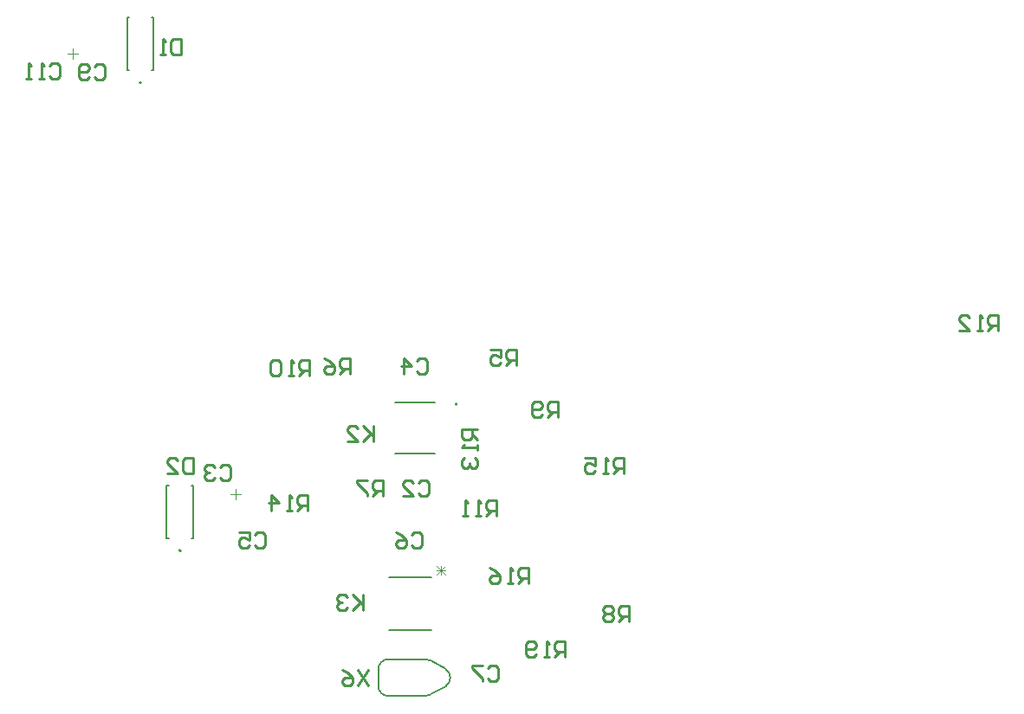
<source format=gbr>
G04*
G04 #@! TF.GenerationSoftware,Altium Limited,Altium Designer,24.1.2 (44)*
G04*
G04 Layer_Color=10151133*
%FSLAX44Y44*%
%MOMM*%
G71*
G04*
G04 #@! TF.SameCoordinates,9659F079-296E-40C6-98A9-55E0524B4074*
G04*
G04*
G04 #@! TF.FilePolarity,Positive*
G04*
G01*
G75*
%ADD10C,0.2000*%
%ADD11C,0.1270*%
%ADD13C,0.1000*%
%ADD16C,0.2540*%
%ADD64C,0.1524*%
%ADD65C,0.0762*%
D10*
X288500Y652000D02*
G03*
X288500Y652000I-1000J0D01*
G01*
X327250Y194000D02*
G03*
X327250Y194000I-1000J0D01*
G01*
X597088Y337291D02*
G03*
X597088Y337291I-1000J0D01*
G01*
X530000Y88000D02*
G03*
X520000Y78000I0J-10000D01*
G01*
X566000Y52000D02*
G03*
X571300Y53520I0J10000D01*
G01*
Y86480D02*
G03*
X566000Y88000I-5300J-8480D01*
G01*
X586113Y61837D02*
G03*
X586111Y78160I-5671J8161D01*
G01*
X520000Y62000D02*
G03*
X530000Y52000I10000J0D01*
G01*
X571300Y53520D02*
X586111Y61840D01*
X530000Y88000D02*
X566000D01*
X571300Y86480D02*
X586111Y78160D01*
X530000Y52000D02*
X566000Y52000D01*
X520000Y62000D02*
Y78000D01*
D11*
X274475Y664025D02*
Y715975D01*
X300525Y664025D02*
Y715975D01*
X274475Y664025D02*
X276550D01*
X298450D02*
X300525D01*
X274475Y715975D02*
X276550D01*
X298450D02*
X300525D01*
X313225Y206025D02*
Y257975D01*
X339275Y206025D02*
Y257975D01*
X313225Y206025D02*
X315300D01*
X337200D02*
X339275D01*
X313225Y257975D02*
X315300D01*
X337200D02*
X339275D01*
X536188Y288992D02*
X575188D01*
X536188Y339492D02*
X575188D01*
D13*
X221750Y675250D02*
Y685250D01*
X216750Y680250D02*
X226750D01*
X380500Y244250D02*
Y254250D01*
X375500Y249250D02*
X385500D01*
D16*
X338946Y285368D02*
Y270133D01*
X331328D01*
X328789Y272672D01*
Y282828D01*
X331328Y285368D01*
X338946D01*
X313554Y270133D02*
X323711D01*
X313554Y280289D01*
Y282828D01*
X316093Y285368D01*
X321172D01*
X323711Y282828D01*
X327657Y695117D02*
Y679883D01*
X320039D01*
X317500Y682422D01*
Y692578D01*
X320039Y695117D01*
X327657D01*
X312422Y679883D02*
X307343D01*
X309882D01*
Y695117D01*
X312422Y692578D01*
X510196Y77618D02*
X500039Y62382D01*
Y77618D02*
X510196Y62382D01*
X484804Y77618D02*
X489883Y75078D01*
X494961Y70000D01*
Y64922D01*
X492422Y62382D01*
X487343D01*
X484804Y64922D01*
Y67461D01*
X487343Y70000D01*
X494961D01*
X702294Y89882D02*
Y105118D01*
X694676D01*
X692137Y102578D01*
Y97500D01*
X694676Y94961D01*
X702294D01*
X697215D02*
X692137Y89882D01*
X687059D02*
X681980D01*
X684520D01*
Y105118D01*
X687059Y102578D01*
X674363Y92422D02*
X671824Y89882D01*
X666745D01*
X664206Y92422D01*
Y102578D01*
X666745Y105118D01*
X671824D01*
X674363Y102578D01*
Y100039D01*
X671824Y97500D01*
X664206D01*
X399289Y209828D02*
X401828Y212367D01*
X406907D01*
X409446Y209828D01*
Y199672D01*
X406907Y197132D01*
X401828D01*
X399289Y199672D01*
X384054Y212367D02*
X394211D01*
Y204750D01*
X389132Y207289D01*
X386593D01*
X384054Y204750D01*
Y199672D01*
X386593Y197132D01*
X391672D01*
X394211Y199672D01*
X365539Y275578D02*
X368078Y278118D01*
X373157D01*
X375696Y275578D01*
Y265422D01*
X373157Y262882D01*
X368078D01*
X365539Y265422D01*
X360461Y275578D02*
X357922Y278118D01*
X352843D01*
X350304Y275578D01*
Y273039D01*
X352843Y270500D01*
X355382D01*
X352843D01*
X350304Y267961D01*
Y265422D01*
X352843Y262882D01*
X357922D01*
X360461Y265422D01*
X666544Y162383D02*
Y177617D01*
X658926D01*
X656387Y175078D01*
Y170000D01*
X658926Y167461D01*
X666544D01*
X661466D02*
X656387Y162383D01*
X651309D02*
X646230D01*
X648770D01*
Y177617D01*
X651309Y175078D01*
X628456Y177617D02*
X633535Y175078D01*
X638613Y170000D01*
Y164922D01*
X636074Y162383D01*
X630995D01*
X628456Y164922D01*
Y167461D01*
X630995Y170000D01*
X638613D01*
X759794Y270133D02*
Y285368D01*
X752176D01*
X749637Y282828D01*
Y277750D01*
X752176Y275211D01*
X759794D01*
X754715D02*
X749637Y270133D01*
X744559D02*
X739480D01*
X742020D01*
Y285368D01*
X744559Y282828D01*
X721706Y285368D02*
X731863D01*
Y277750D01*
X726785Y280289D01*
X724245D01*
X721706Y277750D01*
Y272672D01*
X724245Y270133D01*
X729324D01*
X731863Y272672D01*
X451044Y233633D02*
Y248867D01*
X443426D01*
X440887Y246328D01*
Y241250D01*
X443426Y238711D01*
X451044D01*
X445965D02*
X440887Y233633D01*
X435809D02*
X430730D01*
X433270D01*
Y248867D01*
X435809Y246328D01*
X415495Y233633D02*
Y248867D01*
X423113Y241250D01*
X412956D01*
X616618Y312544D02*
X601382D01*
Y304926D01*
X603922Y302387D01*
X609000D01*
X611539Y304926D01*
Y312544D01*
Y307465D02*
X616618Y302387D01*
Y297309D02*
Y292230D01*
Y294769D01*
X601382D01*
X603922Y297309D01*
Y284613D02*
X601382Y282074D01*
Y276995D01*
X603922Y274456D01*
X606461D01*
X609000Y276995D01*
Y279534D01*
Y276995D01*
X611539Y274456D01*
X614078D01*
X616618Y276995D01*
Y282074D01*
X614078Y284613D01*
X1126044Y409383D02*
Y424618D01*
X1118426D01*
X1115887Y422078D01*
Y417000D01*
X1118426Y414461D01*
X1126044D01*
X1120965D02*
X1115887Y409383D01*
X1110809D02*
X1105730D01*
X1108270D01*
Y424618D01*
X1110809Y422078D01*
X1087956Y409383D02*
X1098113D01*
X1087956Y419539D01*
Y422078D01*
X1090495Y424618D01*
X1095574D01*
X1098113Y422078D01*
X635255Y227882D02*
Y243118D01*
X627637D01*
X625098Y240578D01*
Y235500D01*
X627637Y232961D01*
X635255D01*
X630176D02*
X625098Y227882D01*
X620020D02*
X614941D01*
X617480D01*
Y243118D01*
X620020Y240578D01*
X607324Y227882D02*
X602245D01*
X604785D01*
Y243118D01*
X607324Y240578D01*
X452794Y365382D02*
Y380617D01*
X445176D01*
X442637Y378078D01*
Y373000D01*
X445176Y370461D01*
X452794D01*
X447715D02*
X442637Y365382D01*
X437559D02*
X432480D01*
X435020D01*
Y380617D01*
X437559Y378078D01*
X424863D02*
X422324Y380617D01*
X417245D01*
X414706Y378078D01*
Y367922D01*
X417245Y365382D01*
X422324D01*
X424863Y367922D01*
Y378078D01*
X695696Y324632D02*
Y339868D01*
X688078D01*
X685539Y337328D01*
Y332250D01*
X688078Y329711D01*
X695696D01*
X690618D02*
X685539Y324632D01*
X680461Y327172D02*
X677922Y324632D01*
X672843D01*
X670304Y327172D01*
Y337328D01*
X672843Y339868D01*
X677922D01*
X680461Y337328D01*
Y334789D01*
X677922Y332250D01*
X670304D01*
X765446Y124633D02*
Y139867D01*
X757828D01*
X755289Y137328D01*
Y132250D01*
X757828Y129711D01*
X765446D01*
X760368D02*
X755289Y124633D01*
X750211Y137328D02*
X747672Y139867D01*
X742593D01*
X740054Y137328D01*
Y134789D01*
X742593Y132250D01*
X740054Y129711D01*
Y127172D01*
X742593Y124633D01*
X747672D01*
X750211Y127172D01*
Y129711D01*
X747672Y132250D01*
X750211Y134789D01*
Y137328D01*
X747672Y132250D02*
X742593D01*
X524696Y247383D02*
Y262617D01*
X517078D01*
X514539Y260078D01*
Y255000D01*
X517078Y252461D01*
X524696D01*
X519618D02*
X514539Y247383D01*
X509461Y262617D02*
X499304D01*
Y260078D01*
X509461Y249922D01*
Y247383D01*
X492446Y367383D02*
Y382617D01*
X484828D01*
X482289Y380078D01*
Y375000D01*
X484828Y372461D01*
X492446D01*
X487368D02*
X482289Y367383D01*
X467054Y382617D02*
X472132Y380078D01*
X477211Y375000D01*
Y369922D01*
X474672Y367383D01*
X469593D01*
X467054Y369922D01*
Y372461D01*
X469593Y375000D01*
X477211D01*
X654696Y375633D02*
Y390868D01*
X647078D01*
X644539Y388328D01*
Y383250D01*
X647078Y380711D01*
X654696D01*
X649617D02*
X644539Y375633D01*
X629304Y390868D02*
X639461D01*
Y383250D01*
X634383Y385789D01*
X631843D01*
X629304Y383250D01*
Y378172D01*
X631843Y375633D01*
X636922D01*
X639461Y378172D01*
X504946Y151117D02*
Y135883D01*
Y140961D01*
X494789Y151117D01*
X502407Y143500D01*
X494789Y135883D01*
X489711Y148578D02*
X487172Y151117D01*
X482093D01*
X479554Y148578D01*
Y146039D01*
X482093Y143500D01*
X484632D01*
X482093D01*
X479554Y140961D01*
Y138422D01*
X482093Y135883D01*
X487172D01*
X489711Y138422D01*
X514946Y316117D02*
Y300882D01*
Y305961D01*
X504789Y316117D01*
X512407Y308500D01*
X504789Y300882D01*
X489554D02*
X499711D01*
X489554Y311039D01*
Y313578D01*
X492093Y316117D01*
X497172D01*
X499711Y313578D01*
X627289Y79328D02*
X629828Y81868D01*
X634907D01*
X637446Y79328D01*
Y69172D01*
X634907Y66632D01*
X629828D01*
X627289Y69172D01*
X622211Y81868D02*
X612054D01*
Y79328D01*
X622211Y69172D01*
Y66632D01*
X552789Y209828D02*
X555328Y212367D01*
X560407D01*
X562946Y209828D01*
Y199672D01*
X560407Y197132D01*
X555328D01*
X552789Y199672D01*
X537554Y212367D02*
X542632Y209828D01*
X547711Y204750D01*
Y199672D01*
X545172Y197132D01*
X540093D01*
X537554Y199672D01*
Y202211D01*
X540093Y204750D01*
X547711D01*
X557289Y379578D02*
X559828Y382118D01*
X564907D01*
X567446Y379578D01*
Y369422D01*
X564907Y366883D01*
X559828D01*
X557289Y369422D01*
X544593Y366883D02*
Y382118D01*
X552211Y374500D01*
X542054D01*
X559539Y260078D02*
X562078Y262617D01*
X567157D01*
X569696Y260078D01*
Y249922D01*
X567157Y247383D01*
X562078D01*
X559539Y249922D01*
X544304Y247383D02*
X554461D01*
X544304Y257539D01*
Y260078D01*
X546843Y262617D01*
X551922D01*
X554461Y260078D01*
X198348Y668578D02*
X200887Y671117D01*
X205965D01*
X208505Y668578D01*
Y658422D01*
X205965Y655882D01*
X200887D01*
X198348Y658422D01*
X193270Y655882D02*
X188191D01*
X190730D01*
Y671117D01*
X193270Y668578D01*
X180574Y655882D02*
X175495D01*
X178034D01*
Y671117D01*
X180574Y668578D01*
X243039Y667328D02*
X245578Y669867D01*
X250657D01*
X253196Y667328D01*
Y657172D01*
X250657Y654632D01*
X245578D01*
X243039Y657172D01*
X237961D02*
X235422Y654632D01*
X230343D01*
X227804Y657172D01*
Y667328D01*
X230343Y669867D01*
X235422D01*
X237961Y667328D01*
Y664789D01*
X235422Y662250D01*
X227804D01*
D64*
X530442Y168321D02*
X572098D01*
X530442Y116759D02*
X572098D01*
D65*
X585540Y179080D02*
X577076Y170616D01*
X585540D02*
X577076Y179080D01*
X585540Y174848D02*
X577076D01*
X581308Y170616D02*
Y179080D01*
M02*

</source>
